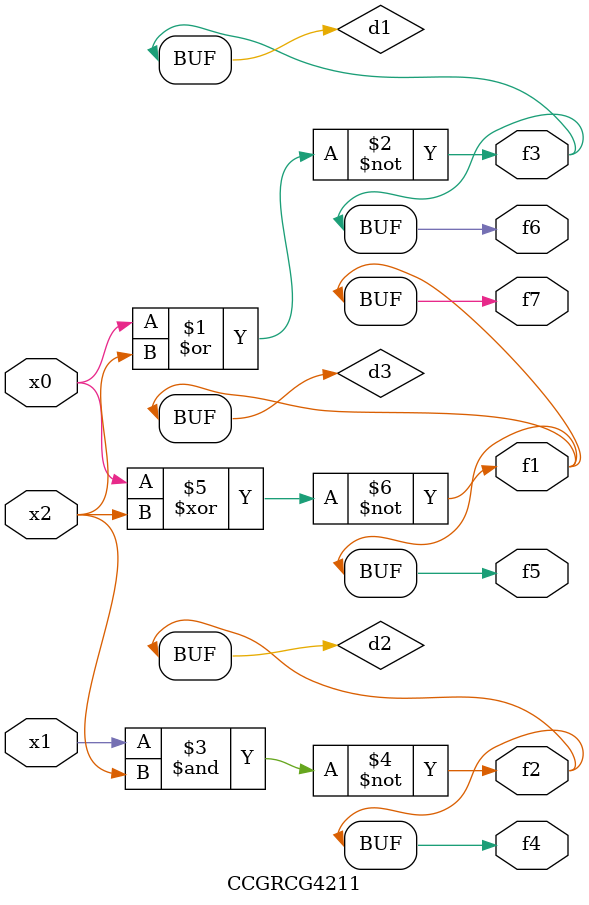
<source format=v>
module CCGRCG4211(
	input x0, x1, x2,
	output f1, f2, f3, f4, f5, f6, f7
);

	wire d1, d2, d3;

	nor (d1, x0, x2);
	nand (d2, x1, x2);
	xnor (d3, x0, x2);
	assign f1 = d3;
	assign f2 = d2;
	assign f3 = d1;
	assign f4 = d2;
	assign f5 = d3;
	assign f6 = d1;
	assign f7 = d3;
endmodule

</source>
